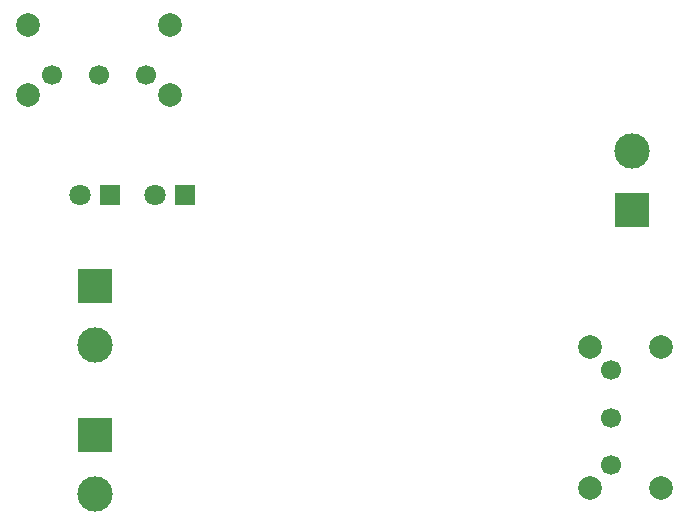
<source format=gbr>
%TF.GenerationSoftware,KiCad,Pcbnew,(5.1.10)-1*%
%TF.CreationDate,2021-08-29T18:49:46-07:00*%
%TF.ProjectId,Solar Charger,536f6c61-7220-4436-9861-726765722e6b,rev?*%
%TF.SameCoordinates,Original*%
%TF.FileFunction,Soldermask,Bot*%
%TF.FilePolarity,Negative*%
%FSLAX46Y46*%
G04 Gerber Fmt 4.6, Leading zero omitted, Abs format (unit mm)*
G04 Created by KiCad (PCBNEW (5.1.10)-1) date 2021-08-29 18:49:46*
%MOMM*%
%LPD*%
G01*
G04 APERTURE LIST*
%ADD10C,1.700000*%
%ADD11C,2.000000*%
%ADD12C,1.800000*%
%ADD13R,1.800000X1.800000*%
%ADD14C,3.000000*%
%ADD15R,3.000000X3.000000*%
G04 APERTURE END LIST*
D10*
%TO.C,Output +5V*%
X119860000Y-83440000D03*
X119860000Y-87440000D03*
X119860000Y-91440000D03*
D11*
X124110000Y-93440000D03*
X124110000Y-81440000D03*
X118110000Y-81440000D03*
X118110000Y-93440000D03*
%TD*%
D12*
%TO.C,Fully Charged*%
X81280000Y-68580000D03*
D13*
X83820000Y-68580000D03*
%TD*%
D10*
%TO.C,Charge Battery*%
X72550000Y-58420000D03*
X76550000Y-58420000D03*
X80550000Y-58420000D03*
D11*
X82550000Y-54170000D03*
X70550000Y-54170000D03*
X70550000Y-60170000D03*
X82550000Y-60170000D03*
%TD*%
D14*
%TO.C,5V Output*%
X76200000Y-93900000D03*
D15*
X76200000Y-88900000D03*
%TD*%
D14*
%TO.C,Solar Panel*%
X76200000Y-81280000D03*
D15*
X76200000Y-76280000D03*
%TD*%
D14*
%TO.C,Battery*%
X121666000Y-64850000D03*
D15*
X121666000Y-69850000D03*
%TD*%
D12*
%TO.C,Charging*%
X74930000Y-68580000D03*
D13*
X77470000Y-68580000D03*
%TD*%
M02*

</source>
